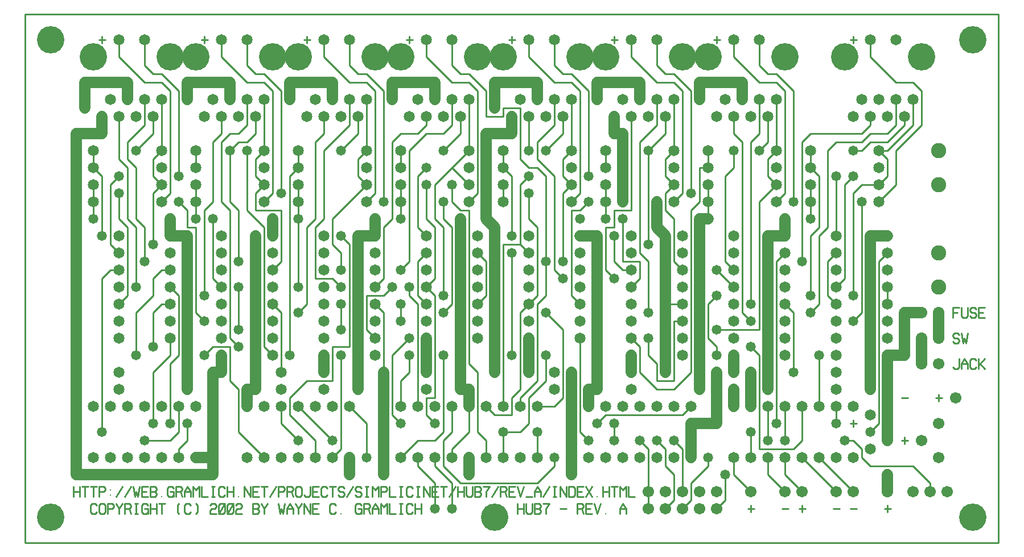
<source format=gtl>
%MOIN*%
%FSLAX25Y25*%
G04 D10 used for Character Trace; *
G04     Circle (OD=.01000) (No hole)*
G04 D11 used for Power Trace; *
G04     Circle (OD=.06700) (No hole)*
G04 D12 used for Signal Trace; *
G04     Circle (OD=.01100) (No hole)*
G04 D13 used for Via; *
G04     Circle (OD=.05800) (Round. Hole ID=.02800)*
G04 D14 used for Component hole; *
G04     Circle (OD=.06500) (Round. Hole ID=.03500)*
G04 D15 used for Component hole; *
G04     Circle (OD=.06700) (Round. Hole ID=.04300)*
G04 D16 used for Component hole; *
G04     Circle (OD=.08100) (Round. Hole ID=.05100)*
G04 D17 used for Component hole; *
G04     Circle (OD=.08900) (Round. Hole ID=.05900)*
G04 D18 used for Component hole; *
G04     Circle (OD=.11300) (Round. Hole ID=.08300)*
G04 D19 used for Component hole; *
G04     Circle (OD=.16000) (Round. Hole ID=.13000)*
G04 D20 used for Component hole; *
G04     Circle (OD=.18300) (Round. Hole ID=.15300)*
G04 D21 used for Component hole; *
G04     Circle (OD=.22700) (Round. Hole ID=.19700)*
%ADD10C,.01000*%
%ADD11C,.06700*%
%ADD12C,.01100*%
%ADD13C,.05800*%
%ADD14C,.06500*%
%ADD15C,.06700*%
%ADD16C,.08100*%
%ADD17C,.08900*%
%ADD18C,.11300*%
%ADD19C,.16000*%
%ADD20C,.18300*%
%ADD21C,.22700*%
%IPPOS*%
%LPD*%
G90*X0Y0D02*D19*X15000Y15000D03*D10*              
X28326Y27129D02*Y32871D01*X31674Y27129D02*        
Y32871D01*X28326Y30000D02*X31674D01*              
X35000Y27129D02*Y32871D01*X33326D02*X36674D01*    
X40000Y27129D02*Y32871D01*X38326D02*X41674D01*    
X43326Y27129D02*Y32871D01*X45837D01*              
X46674Y31914D01*Y30957D01*X45837Y30000D01*        
X43326D01*X50000Y30957D03*Y28086D03*              
X53326Y27129D02*X56674Y32871D01*X58326Y27129D02*  
X61674Y32871D01*X63326D02*X64163Y27129D01*        
X65000Y30000D01*X65837Y27129D01*X66674Y32871D01*  
X71674Y27129D02*X68326D01*Y32871D01*X71674D01*    
X68326Y30000D02*X70837D01*X73326Y27129D02*        
Y32871D01*X75837D01*X76674Y31914D01*Y30957D01*    
X75837Y30000D01*X76674Y29043D01*Y28086D01*        
X75837Y27129D01*X73326D01*Y30000D02*X75837D01*    
X80000Y27129D03*X86674Y28086D02*X85837Y27129D01*  
X84163D01*X83326Y28086D01*Y31914D01*              
X84163Y32871D01*X85837D01*X86674Y31914D01*        
X85000Y30000D02*X86674D01*Y27129D01*X88326D02*    
Y32871D01*X90837D01*X91674Y31914D01*Y30957D01*    
X90837Y30000D01*X88326D01*X90837D02*              
X91674Y27129D01*X93326D02*Y30000D01*              
X95000Y32871D01*X96674Y30000D01*Y27129D01*        
X93326Y30000D02*X96674D01*X98326Y27129D02*        
Y32871D01*X100000Y30957D01*X101674Y32871D01*      
Y27129D01*X103326Y32871D02*Y27129D01*X106674D01*  
X110000D02*Y32871D01*X109163Y27129D02*X110837D01* 
X109163Y32871D02*X110837D01*X116674Y28086D02*     
X115837Y27129D01*X114163D01*X113326Y28086D01*     
Y31914D01*X114163Y32871D01*X115837D01*            
X116674Y31914D01*X118326Y27129D02*Y32871D01*      
X121674Y27129D02*Y32871D01*X118326Y30000D02*      
X121674D01*X125000Y27129D03*X128326D02*Y32871D01* 
X131674Y27129D01*Y32871D01*X136674Y27129D02*      
X133326D01*Y32871D01*X136674D01*X133326Y30000D02* 
X135837D01*X140000Y27129D02*Y32871D01*X138326D02* 
X141674D01*X143326Y27129D02*X146674Y32871D01*     
X148326Y27129D02*Y32871D01*X150837D01*            
X151674Y31914D01*Y30957D01*X150837Y30000D01*      
X148326D01*X153326Y27129D02*Y32871D01*X155837D01* 
X156674Y31914D01*Y30957D01*X155837Y30000D01*      
X153326D01*X155837D02*X156674Y27129D01*           
X161674Y28086D02*X160837Y27129D01*X159163D01*     
X158326Y28086D01*Y31914D01*X159163Y32871D01*      
X160837D01*X161674Y31914D01*Y28086D01*X163326D02* 
X164163Y27129D01*X165837D01*X166674Y28086D01*     
Y32871D01*X171674Y27129D02*X168326D01*Y32871D01*  
X171674D01*X168326Y30000D02*X170837D01*           
X176674Y28086D02*X175837Y27129D01*X174163D01*     
X173326Y28086D01*Y31914D01*X174163Y32871D01*      
X175837D01*X176674Y31914D01*X180000Y27129D02*     
Y32871D01*X178326D02*X181674D01*X186674Y31914D02* 
X185837Y32871D01*X184163D01*X183326Y31914D01*     
Y30957D01*X184163Y30000D01*X185837D01*            
X186674Y29043D01*Y28086D01*X185837Y27129D01*      
X184163D01*X183326Y28086D01*X188326Y27129D02*     
X191674Y32871D01*X196674Y31914D02*                
X195837Y32871D01*X194163D01*X193326Y31914D01*     
Y30957D01*X194163Y30000D01*X195837D01*            
X196674Y29043D01*Y28086D01*X195837Y27129D01*      
X194163D01*X193326Y28086D01*X200000Y27129D02*     
Y32871D01*X199163Y27129D02*X200837D01*            
X199163Y32871D02*X200837D01*X203326Y27129D02*     
Y32871D01*X205000Y30957D01*X206674Y32871D01*      
Y27129D01*X208326D02*Y32871D01*X210837D01*        
X211674Y31914D01*Y30957D01*X210837Y30000D01*      
X208326D01*X213326Y32871D02*Y27129D01*X216674D01* 
X220000D02*Y32871D01*X219163Y27129D02*X220837D01* 
X219163Y32871D02*X220837D01*X226674Y28086D02*     
X225837Y27129D01*X224163D01*X223326Y28086D01*     
Y31914D01*X224163Y32871D01*X225837D01*            
X226674Y31914D01*X230000Y27129D02*Y32871D01*      
X229163Y27129D02*X230837D01*X229163Y32871D02*     
X230837D01*X233326Y27129D02*Y32871D01*            
X236674Y27129D01*Y32871D01*X241674Y27129D02*      
X238326D01*Y32871D01*X241674D01*X238326Y30000D02* 
X240837D01*X245000Y27129D02*Y32871D01*X243326D02* 
X246674D01*X248326Y27129D02*X251674Y32871D01*     
X253326Y27129D02*Y32871D01*X256674Y27129D02*      
Y32871D01*X253326Y30000D02*X256674D01*            
X261674Y32871D02*Y28086D01*X260837Y27129D01*      
X259163D01*X258326Y28086D01*Y32871D01*            
X263326Y27129D02*Y32871D01*X265837D01*            
X266674Y31914D01*Y30957D01*X265837Y30000D01*      
X266674Y29043D01*Y28086D01*X265837Y27129D01*      
X263326D01*Y30000D02*X265837D01*X268326Y32871D02* 
X271674D01*X270000Y30000D01*Y27129D01*X273326D02* 
X276674Y32871D01*X278326Y27129D02*Y32871D01*      
X280837D01*X281674Y31914D01*Y30957D01*            
X280837Y30000D01*X278326D01*X280837D02*           
X281674Y27129D01*X286674D02*X283326D01*Y32871D01* 
X286674D01*X283326Y30000D02*X285837D01*           
X288326Y32871D02*X290000Y27129D01*                
X291674Y32871D01*X293326Y27129D02*X296674D01*     
X298326D02*Y30000D01*X300000Y32871D01*            
X301674Y30000D01*Y27129D01*X298326Y30000D02*      
X301674D01*X303326Y27129D02*X306674Y32871D01*     
X310000Y27129D02*Y32871D01*X309163Y27129D02*      
X310837D01*X309163Y32871D02*X310837D01*           
X313326Y27129D02*Y32871D01*X316674Y27129D01*      
Y32871D01*X318326Y27129D02*Y32871D01*X320837D01*  
X321674Y31914D01*Y28086D01*X320837Y27129D01*      
X318326D01*X326674D02*X323326D01*Y32871D01*       
X326674D01*X323326Y30000D02*X325837D01*           
X328326Y32871D02*X331674Y27129D01*X328326D02*     
X331674Y32871D01*X335000Y27129D03*X338326D02*     
Y32871D01*X341674Y27129D02*Y32871D01*             
X338326Y30000D02*X341674D01*X345000Y27129D02*     
Y32871D01*X343326D02*X346674D01*X348326Y27129D02* 
Y32871D01*X350000Y30957D01*X351674Y32871D01*      
Y27129D01*X353326Y32871D02*Y27129D01*X356674D01*  
D11*X30000Y40000D02*X110000D01*D13*D03*D11*       
Y50000D01*X100000D01*D14*D03*D12*X90000D02*       
Y55000D01*D14*Y50000D03*D12*Y55000D02*            
X95000Y60000D01*Y70000D01*D13*D03*D12*            
X85000Y60000D02*X90000Y65000D01*X70000Y60000D02*  
X85000D01*D13*X70000D03*D14*X80000Y50000D03*      
X60000D03*D13*X75000Y70000D03*D12*Y100000D01*     
X85000Y110000D01*Y120000D01*D14*D03*Y130000D03*   
D13*X75000Y115000D03*D12*Y135000D01*              
X80000Y140000D01*X85000D01*D14*D03*D12*           
X90000Y110000D02*Y145000D01*X85000Y105000D02*     
X90000Y110000D01*X85000Y70000D02*Y105000D01*D13*  
Y70000D03*D12*X90000Y65000D02*Y80000D01*D14*D03*  
D13*X95000Y90000D03*D11*Y180000D01*X85000D01*D14* 
D03*D11*Y190000D01*D13*D03*D12*X95000Y185000D02*  
X100000D01*Y135000D01*X105000Y130000D01*D13*D03*  
D14*X115000Y120000D03*Y140000D03*Y130000D03*D12*  
X120000Y95000D02*Y115000D01*X125000Y90000D02*     
X120000Y95000D01*X125000Y65000D02*Y90000D01*      
X140000Y50000D02*X125000Y65000D01*D14*            
X140000Y50000D03*X150000D03*X130000D03*D12*       
X160000Y60000D02*X150000Y70000D01*D13*            
X160000Y60000D03*D14*X170000Y50000D03*D12*        
Y60000D01*X155000Y75000D01*Y85000D01*             
X165000Y95000D01*X180000D01*Y115000D01*X190000D01*
Y175000D01*X185000Y180000D01*D13*D03*D12*         
Y170000D02*X180000Y175000D01*X185000Y160000D02*   
Y170000D01*D13*Y160000D03*D12*Y150000D02*         
X180000Y155000D01*D13*X185000Y150000D03*D12*      
X170000Y155000D02*X180000D01*X170000D02*          
Y185000D01*X175000Y190000D01*Y230000D01*          
X190000Y245000D01*Y260000D01*D14*D03*D12*         
X205000Y265000D02*X200000Y270000D01*              
X205000Y205000D02*Y265000D01*X200000Y200000D02*   
X205000Y205000D01*D14*X200000Y200000D03*D13*      
X210000D03*D12*Y265000D01*X200000Y275000D01*      
X195000D01*X190000Y280000D01*Y295000D01*D14*D03*  
D19*X205000Y285000D03*D14*X175000Y295000D03*D12*  
Y285000D01*X190000Y270000D01*X200000D01*D14*      
Y260000D03*D12*Y230000D01*D14*D03*D12*            
X195000Y225000D01*Y215000D01*X200000Y210000D01*   
D14*D03*D12*X180000Y190000D01*Y175000D01*D14*     
X175000Y180000D03*Y170000D03*D12*                 
X165000Y140000D02*Y185000D01*X160000Y135000D02*   
X165000Y140000D01*D13*X160000Y135000D03*D12*      
X150000Y100000D02*Y135000D01*D14*Y100000D03*D13*  
X155000Y110000D03*D12*Y215000D01*                 
X160000Y220000D01*D14*D03*D12*Y230000D01*D14*D03* 
D12*X170000Y190000D02*Y235000D01*                 
X165000Y185000D02*X170000Y190000D01*D13*          
X160000D03*D12*Y150000D01*D13*D03*D14*            
X175000Y140000D03*X145000Y160000D03*D12*          
X150000Y165000D01*Y195000D01*X135000D01*          
Y205000D01*X140000Y210000D01*D14*D03*D12*         
X135000Y215000D01*Y225000D01*X140000Y230000D01*   
D14*D03*D12*Y260000D01*D14*D03*D12*               
X145000Y205000D02*Y265000D01*X140000Y200000D02*   
X145000Y205000D01*D14*X140000Y200000D03*D13*      
X150000Y205000D03*D12*Y265000D01*                 
X140000Y275000D01*X135000D01*X130000Y280000D01*   
Y295000D01*D14*D03*D19*X145000Y285000D03*D14*     
X115000Y295000D03*D12*Y285000D01*                 
X130000Y270000D01*X140000D01*X145000Y265000D01*   
D13*X155000Y260000D03*D11*Y270000D01*X180000D01*  
Y260000D01*D14*D03*X175000Y250000D03*D12*         
Y240000D01*X170000Y235000D01*D14*                 
X185000Y250000D03*D13*Y230000D03*D12*             
X195000Y240000D01*Y250000D01*D14*D03*D11*         
X215000Y260000D02*Y270000D01*D13*Y260000D03*D14*  
X225000Y250000D03*D11*X215000Y270000D02*          
X240000D01*Y260000D01*D14*D03*D12*                
X250000Y270000D02*X260000D01*X265000Y265000D01*   
Y205000D01*X260000Y200000D01*D14*D03*D12*         
X255000Y195000D02*X260000D01*Y105000D01*          
X265000Y100000D01*Y65000D01*X270000Y60000D01*     
Y50000D01*D14*D03*D13*X260000Y40000D03*D11*       
Y50000D01*D14*D03*D12*X250000D02*Y55000D01*D14*   
Y50000D03*D12*X255000Y35000D02*X245000Y45000D01*  
X255000Y35000D02*X300000D01*X310000Y45000D01*     
Y50000D01*D13*D03*X320000Y40000D03*D11*Y100000D01*
D13*D03*D11*X330000Y80000D02*Y90000D01*D14*       
Y80000D03*D12*X335000Y70000D02*X340000Y75000D01*  
D13*X335000Y70000D03*D12*X340000Y75000D02*        
X385000D01*X390000Y80000D01*D14*D03*D12*          
X370000Y90000D02*X380000D01*X370000D02*           
X360000Y100000D01*Y115000D01*X355000Y120000D01*   
D14*D03*D12*X370000Y105000D02*X365000Y110000D01*  
X370000Y95000D02*Y105000D01*Y95000D02*X380000D01* 
Y130000D01*X385000D01*D14*D03*D11*                
X375000Y100000D02*Y140000D01*D13*Y100000D03*D14*  
X385000Y110000D03*D12*X365000D02*Y120000D01*D13*  
D03*D14*X355000Y130000D03*Y110000D03*D11*         
Y100000D01*D14*D03*Y90000D03*X340000Y80000D03*    
X350000D03*X360000D03*D13*X335000Y90000D03*D11*   
X330000D01*X335000D02*Y180000D01*X325000D01*D14*  
D03*D13*Y190000D03*D14*Y170000D03*D13*            
X315000Y165000D03*D12*Y205000D01*                 
X320000Y210000D01*D14*D03*D12*X315000Y215000D01*  
Y225000D01*X320000Y230000D01*D14*D03*D12*         
Y260000D01*D14*D03*D12*X325000Y205000D02*         
Y265000D01*X320000Y200000D02*X325000Y205000D01*   
D14*X320000Y200000D03*D12*Y195000D02*X325000D01*  
X320000Y145000D02*Y195000D01*X325000Y140000D02*   
X320000Y145000D01*D14*X325000Y140000D03*          
Y150000D03*Y130000D03*D12*X315000Y85000D02*       
Y125000D01*X310000Y80000D02*X315000Y85000D01*     
X300000Y80000D02*X310000D01*D14*X300000D03*D12*   
X295000Y70000D02*Y85000D01*X290000Y65000D02*      
X295000Y70000D01*X280000Y65000D02*X290000D01*D13* 
X280000D03*D12*Y50000D01*D14*D03*X290000D03*D12*  
X250000Y55000D02*X260000Y65000D01*                
X245000Y45000D02*Y60000D01*D14*X240000Y50000D03*  
D12*Y45000D01*X250000Y35000D01*Y20000D01*D13*D03* 
X240000D03*D12*Y35000D01*X230000Y45000D01*        
Y50000D01*D14*D03*D12*Y60000D02*X240000D01*       
X220000Y50000D02*X230000Y60000D01*D14*            
X220000Y50000D03*D13*X210000Y40000D03*D11*        
Y100000D01*D13*D03*D12*Y135000D01*                
X205000Y140000D01*D14*D03*D12*X200000Y145000D02*  
X210000D01*X200000Y125000D02*Y145000D01*          
X205000Y120000D02*X200000Y125000D01*D14*          
X205000Y120000D03*D12*X215000Y75000D02*Y110000D01*
X220000Y70000D02*X215000Y75000D01*D13*            
X220000Y70000D03*D14*X230000Y80000D03*D12*        
Y140000D01*X225000Y145000D01*Y150000D01*D13*D03*  
D12*X235000Y140000D02*X230000Y145000D01*D14*      
X235000Y140000D03*D12*X240000Y85000D02*Y145000D01*
X235000Y85000D02*X240000D01*X235000Y75000D02*     
Y85000D01*X240000Y70000D02*X235000Y75000D01*D13*  
X240000Y70000D03*D12*Y60000D02*X245000Y65000D01*  
Y110000D01*D13*D03*D14*X235000Y120000D03*D11*     
Y100000D01*D14*D03*D13*X225000Y110000D03*D12*     
Y100000D01*X220000Y95000D01*Y80000D01*D14*D03*    
X235000Y90000D03*X240000Y80000D03*D12*            
X200000Y50000D02*Y70000D01*D13*Y50000D03*         
X190000Y40000D03*D11*Y50000D01*D14*D03*D12*       
X180000D02*X185000Y55000D01*D14*X180000Y50000D03* 
D12*X185000Y55000D02*Y110000D01*D13*D03*D14*      
X175000Y120000D03*Y100000D03*D11*Y110000D01*D14*  
D03*D13*X185000Y125000D03*D12*Y140000D01*D13*D03* 
D14*X175000Y150000D03*Y130000D03*                 
X205000Y160000D03*Y130000D03*Y150000D03*D12*      
X210000Y155000D01*Y185000D01*X215000Y190000D01*   
Y235000D01*X220000Y240000D01*X230000D01*          
X235000Y245000D01*Y250000D01*D14*D03*D12*         
Y240000D02*X245000D01*X225000Y230000D02*          
X235000Y240000D01*X225000Y165000D02*Y230000D01*   
X220000Y160000D02*X225000Y165000D01*D13*          
X220000Y160000D03*X215000Y150000D03*D12*          
X210000Y145000D01*D13*X220000Y140000D03*D12*      
Y130000D01*D13*D03*X225000Y120000D03*D12*         
X215000Y110000D01*D14*X205000D03*                 
X235000Y130000D03*D13*X195000Y90000D03*D11*       
Y180000D01*X205000D01*D14*D03*D11*Y190000D01*D13* 
D03*X220000D03*D12*Y200000D01*D14*D03*D12*        
Y210000D01*D14*D03*Y220000D03*D12*Y230000D01*D14* 
D03*D13*X235000Y220000D03*D12*X230000Y215000D01*  
Y185000D01*X235000Y180000D01*D14*D03*D12*         
X240000Y155000D02*Y185000D01*X235000Y150000D02*   
X240000Y155000D01*D14*X235000Y150000D03*D12*      
X240000Y145000D01*D13*X245000D03*D12*Y185000D01*  
X240000Y190000D01*Y210000D01*X250000Y220000D01*   
X260000Y210000D01*D14*D03*D12*X250000Y220000D02*  
X260000Y230000D01*D14*D03*D12*Y260000D01*D14*D03* 
D12*X270000Y250000D02*X280000D01*Y255000D01*      
X290000D01*Y225000D01*X295000Y220000D01*          
X300000D01*X305000Y215000D01*Y165000D01*D13*D03*  
D12*Y145000D01*X300000Y140000D01*Y95000D01*       
X290000Y85000D01*Y80000D01*D14*D03*D12*           
X295000Y85000D02*X305000Y95000D01*Y110000D01*D13* 
D03*D14*X295000Y120000D03*D11*Y100000D01*D13*D03* 
X285000Y110000D03*D12*Y170000D01*D13*D03*D12*     
X295000D02*X290000Y175000D01*D14*                 
X295000Y170000D03*D12*X280000Y175000D02*          
X290000D01*X280000Y80000D02*Y175000D01*D14*       
Y80000D03*D12*X275000Y75000D02*X285000D01*        
X275000D02*X270000Y80000D01*D14*D03*D11*          
X260000D02*Y90000D01*D14*Y80000D03*D12*Y65000D01* 
X245000Y60000D02*X250000Y65000D01*Y80000D01*D14*  
D03*D11*X255000Y90000D02*X260000D01*D13*          
X255000D03*D11*Y190000D01*D13*D03*D12*            
X250000Y140000D02*Y185000D01*X245000Y135000D02*   
X250000Y140000D01*D13*X245000Y135000D03*D12*      
X230000Y145000D02*Y165000D01*X235000Y170000D01*   
D14*D03*Y160000D03*D12*X250000Y185000D02*         
X245000Y190000D01*Y200000D01*D13*D03*D12*         
X255000Y195000D02*X250000Y200000D01*Y210000D01*   
D13*D03*D14*X260000Y220000D03*D13*                
X235000Y210000D03*D12*Y190000D01*                 
X240000Y185000D01*D14*X265000Y160000D03*          
Y170000D03*D12*X270000Y165000D01*Y145000D01*      
X265000Y140000D01*D14*D03*Y150000D03*Y130000D03*  
Y120000D03*D12*X290000Y90000D02*Y135000D01*       
X285000Y85000D02*X290000Y90000D01*                
X285000Y75000D02*Y85000D01*D13*X300000Y65000D03*  
D12*Y50000D01*D14*D03*D12*X330000Y60000D02*       
X325000Y65000D01*D13*X330000Y60000D03*D12*        
X325000Y65000D02*Y120000D01*D14*D03*D12*          
X315000Y125000D02*X305000Y135000D01*D13*D03*D14*  
X295000Y140000D03*D12*X290000Y135000D01*D14*      
X295000Y130000D03*D12*Y140000D02*                 
X300000Y145000D01*Y185000D01*X295000Y190000D01*   
Y205000D01*D13*D03*D12*X290000Y175000D02*         
Y210000D01*D14*X295000Y180000D03*D13*X285000D03*  
D12*Y215000D01*X280000Y220000D01*D14*D03*D12*     
Y230000D01*D14*D03*D11*X270000Y190000D02*         
Y240000D01*X275000Y185000D02*X270000Y190000D01*   
X275000Y100000D02*Y185000D01*D13*Y100000D03*D14*  
X310000Y90000D03*Y100000D03*X295000Y150000D03*    
X330000Y50000D03*D13*X315000Y155000D03*D12*       
X310000Y160000D01*Y215000D01*X300000Y225000D01*   
Y235000D01*X310000Y245000D01*Y260000D01*D14*D03*  
D12*X325000Y265000D02*X320000Y270000D01*          
X310000D01*X295000Y285000D01*Y295000D01*D14*D03*  
D10*X283326D02*X286674D01*X285000Y296914D02*      
Y293086D01*D12*X315000Y275000D02*                 
X310000Y280000D01*X315000Y275000D02*X320000D01*   
X330000Y265000D01*Y215000D01*D13*D03*D14*         
X340000Y210000D03*D12*Y200000D01*D14*D03*D12*     
Y190000D01*D13*D03*D12*Y185000D02*X345000D01*     
X340000Y160000D02*Y185000D01*X345000Y155000D02*   
X340000Y160000D01*D13*X345000Y155000D03*D12*      
X350000Y160000D02*X355000D01*D14*D03*D12*         
Y150000D02*X360000Y155000D01*D14*                 
X355000Y150000D03*D12*X360000Y155000D02*          
Y165000D01*X350000D01*Y190000D01*D13*D03*D12*     
X345000Y195000D02*X355000D01*X345000Y185000D02*   
Y195000D01*D13*Y180000D03*D12*Y165000D01*         
X350000Y160000D01*X365000Y165000D02*              
X360000Y170000D01*X365000Y135000D02*Y165000D01*   
D13*Y135000D03*D14*X355000Y140000D03*D11*         
X375000D02*Y180000D01*X370000Y185000D01*          
Y200000D01*D13*D03*D12*X380000Y190000D02*         
X375000Y195000D01*X380000Y165000D02*Y190000D01*   
X385000Y160000D02*X380000Y165000D01*D14*          
X385000Y160000D03*D13*X395000D03*D11*Y90000D01*   
D13*D03*X405000Y100000D03*D11*Y70000D01*          
X390000D01*Y50000D01*D14*D03*D12*X385000Y30000D02*
Y55000D01*D15*Y30000D03*D12*Y20000D02*            
X390000Y25000D01*D15*X385000Y20000D03*D12*        
X390000Y25000D02*Y35000D01*X400000Y45000D01*      
Y50000D01*D13*D03*X410000Y40000D03*D12*Y25000D01* 
X405000Y20000D01*D15*D03*X395000Y30000D03*        
X405000D03*X395000Y20000D03*D12*X425000Y30000D02* 
X415000Y40000D01*D15*X425000Y30000D03*D12*        
X445000D02*X435000Y40000D01*D15*X445000Y30000D03* 
D10*X453326Y20000D02*X456674D01*X455000Y21914D02* 
Y18086D01*D12*X435000Y40000D02*Y50000D01*D14*D03* 
D12*X430000Y55000D02*X450000D01*X455000Y60000D01* 
Y80000D01*D14*D03*X465000D03*D12*Y110000D01*D13*  
D03*D14*X475000Y100000D03*Y120000D03*Y110000D03*  
D13*X450000Y100000D03*D12*Y135000D01*             
X445000Y140000D01*D14*D03*Y150000D03*Y130000D03*  
D12*X405000Y125000D02*X430000D01*D13*X405000D03*  
D12*Y115000D02*X400000Y120000D01*                 
X405000Y110000D02*Y115000D01*D13*Y110000D03*D14*  
X415000Y100000D03*D11*Y110000D01*D14*D03*D13*     
X425000Y100000D03*D11*Y80000D01*D14*D03*D13*      
X435000Y90000D03*D11*Y180000D01*X445000D01*D14*   
D03*D11*Y190000D01*D13*D03*X450000Y200000D03*D12* 
Y265000D01*X440000Y275000D01*X435000D01*          
X430000Y280000D01*Y295000D01*D14*D03*D19*         
X445000Y285000D03*D14*X415000Y295000D03*D12*      
Y285000D01*X430000Y270000D01*X440000D01*          
X445000Y265000D01*Y205000D01*X440000Y200000D01*   
D14*D03*Y210000D03*D12*X430000Y200000D01*         
Y125000D01*D13*X425000Y130000D03*D12*             
X420000Y135000D01*Y235000D01*X415000Y240000D01*   
Y250000D01*D14*D03*X420000Y260000D03*D11*         
Y270000D01*X395000D01*Y260000D01*D13*D03*D12*     
X390000Y205000D02*Y265000D01*D13*Y205000D03*D12*  
Y195000D02*X395000Y200000D01*X390000Y100000D02*   
Y195000D01*X380000Y90000D02*X390000Y100000D01*D14*
X370000Y80000D03*X380000D03*D12*X400000Y120000D02*
Y140000D01*X405000Y145000D01*D13*D03*D14*         
X415000Y140000D03*Y150000D03*D12*                 
X405000Y160000D01*D13*D03*D12*X415000D02*         
X410000Y165000D01*D14*X415000Y160000D03*D12*      
X410000Y165000D02*Y215000D01*X415000Y220000D01*   
Y230000D01*D13*D03*D12*X425000Y140000D02*         
Y235000D01*D13*Y140000D03*D14*X415000Y130000D03*  
X445000Y120000D03*Y160000D03*X415000Y120000D03*   
D12*X440000Y70000D02*Y165000D01*D13*Y70000D03*D14*
X445000Y80000D03*D12*Y60000D01*D13*D03*D14*       
X455000Y50000D03*D12*X475000Y30000D01*D15*D03*D10*
X483326Y20000D02*X486674D01*D15*X485000Y30000D03* 
D12*X465000Y50000D01*D14*D03*X475000D03*D13*      
X480000Y60000D03*D12*X485000D01*X490000Y55000D01* 
Y50000D01*X495000Y45000D01*X520000D01*            
X530000Y35000D01*Y30000D01*D15*D03*X540000D03*    
X520000D03*X535000Y50000D03*D19*X555000Y15000D03* 
D14*X505000Y40000D03*D11*Y30000D01*D15*D03*D10*   
X503326Y20000D02*X506674D01*X505000Y21914D02*     
Y18086D01*D14*X485000Y50000D03*X495000Y55000D03*  
D15*X525000Y60000D03*D10*X513326D02*X516674D01*   
X515000Y61914D02*Y58086D01*D14*X505000Y60000D03*  
D11*Y85000D01*D15*D03*D11*Y110000D01*X515000D01*  
Y135000D01*X525000D01*D15*D03*X535000D03*D11*     
Y120000D01*D15*D03*D10*X546674Y121914D02*         
X545837Y122871D01*X544163D01*X543326Y121914D01*   
Y120957D01*X544163Y120000D01*X545837D01*          
X546674Y119043D01*Y118086D01*X545837Y117129D01*   
X544163D01*X543326Y118086D01*X548326Y122871D02*   
X549163Y117129D01*X550000Y120000D01*              
X550837Y117129D01*X551674Y122871D01*D15*          
X525000Y120000D03*D11*Y105000D01*D15*D03*         
X535000D03*X545000Y85000D03*D14*X505000Y120000D03*
D10*X513326Y85000D02*X516674D01*X543326Y103086D02*
X544163Y102129D01*X545837D01*X546674Y103086D01*   
Y107871D01*X548326Y102129D02*Y105000D01*          
X550000Y107871D01*X551674Y105000D01*Y102129D01*   
X548326Y105000D02*X551674D01*X556674Y103086D02*   
X555837Y102129D01*X554163D01*X553326Y103086D01*   
Y106914D01*X554163Y107871D01*X555837D01*          
X556674Y106914D01*X558326Y102129D02*Y107871D01*   
Y104043D02*X561674Y107871D01*X559163Y105000D02*   
X561674Y102129D01*X533326Y85000D02*X536674D01*    
X535000Y86914D02*Y83086D01*D14*X505000Y130000D03* 
X495000Y75000D03*D10*X543326Y132129D02*Y137871D01*
X546674D01*X543326Y135000D02*X545837D01*          
X551674Y137871D02*Y133086D01*X550837Y132129D01*   
X549163D01*X548326Y133086D01*Y137871D01*          
X556674Y136914D02*X555837Y137871D01*X554163D01*   
X553326Y136914D01*Y135957D01*X554163Y135000D01*   
X555837D01*X556674Y134043D01*Y133086D01*          
X555837Y132129D01*X554163D01*X553326Y133086D01*   
X561674Y132129D02*X558326D01*Y137871D01*          
X561674D01*X558326Y135000D02*X560837D01*D14*      
X495000Y110000D03*D11*Y90000D01*D13*D03*D14*      
X485000Y80000D03*D13*X475000Y70000D03*D12*        
Y80000D01*D14*D03*D10*X483326Y70000D02*X486674D01*
X485000Y71914D02*Y68086D01*D14*X475000Y90000D03*  
D13*X495000Y65000D03*D12*X500000Y70000D01*        
Y165000D01*X505000Y170000D01*D14*D03*D11*         
X495000Y110000D02*Y180000D01*D14*                 
X475000Y130000D03*D13*X485000D03*D12*             
X490000Y135000D01*Y200000D01*D13*D03*D12*         
X485000Y145000D02*Y205000D01*D13*Y145000D03*D14*  
X475000Y150000D03*D12*X480000Y155000D01*          
Y210000D01*X485000Y215000D01*D13*D03*D12*         
Y205000D02*X490000Y210000D01*X500000D01*D14*D03*  
D12*X505000Y215000D01*Y225000D01*                 
X500000Y230000D01*D14*D03*D12*X505000D01*         
X520000Y245000D01*Y260000D01*D14*D03*D12*         
X525000Y245000D02*Y265000D01*X510000Y230000D02*   
X525000Y245000D01*X510000Y210000D02*Y230000D01*   
X500000Y200000D02*X510000Y210000D01*D14*          
X500000Y200000D03*D11*X495000Y180000D02*          
X505000D01*D14*D03*Y160000D03*D17*                
X535000Y150000D03*Y210000D03*Y170000D03*D14*      
X475000Y180000D03*D12*Y215000D01*D13*D03*D12*     
X465000Y185000D02*Y215000D01*X460000Y180000D02*   
X465000Y185000D01*X460000Y145000D02*Y180000D01*   
D13*Y145000D03*D12*Y135000D02*X465000Y140000D01*  
D13*X460000Y135000D03*D12*X465000Y140000D02*      
Y180000D01*X470000Y185000D01*Y230000D01*          
X475000Y235000D01*X490000D01*X495000Y240000D01*   
X505000D01*X510000Y245000D01*Y260000D01*D14*D03*  
D12*X525000Y265000D02*X520000Y270000D01*          
X510000D01*X495000Y285000D01*Y295000D01*D14*D03*  
D10*X483326D02*X486674D01*X485000Y296914D02*      
Y293086D01*D14*X510000Y295000D03*D19*             
X480000Y285000D03*X525000D03*D14*                 
X490000Y260000D03*X500000D03*X485000Y250000D03*   
X495000D03*D12*Y245000D01*X490000Y240000D01*      
X460000D01*X455000Y235000D01*Y165000D01*D13*D03*  
D14*X445000Y170000D03*D12*X440000Y165000D01*D13*  
X460000Y190000D03*D12*Y200000D01*D14*D03*D12*     
Y210000D01*D14*D03*D12*X465000Y215000D02*         
X460000Y220000D01*D14*D03*D12*Y230000D01*D14*D03* 
D12*X440000Y210000D02*X435000Y215000D01*          
Y225000D01*X440000Y230000D01*D14*D03*D12*         
Y260000D01*D14*D03*X435000Y250000D03*D12*         
Y235000D01*X430000Y230000D01*D13*D03*D12*         
X425000Y235000D02*X430000Y240000D01*Y260000D01*   
D14*D03*X425000Y250000D03*X410000Y260000D03*      
X405000Y250000D03*X400000Y230000D03*D12*          
Y220000D01*D14*D03*D12*X395000D01*Y200000D01*D14* 
X400000D03*D12*Y190000D01*D13*D03*D11*X395000D01* 
Y180000D01*D13*D03*D11*Y160000D01*D14*            
X385000Y170000D03*Y150000D03*X415000Y180000D03*   
D12*X375000Y140000D02*X385000D01*D14*D03*         
Y120000D03*X415000Y170000D03*X355000D03*D12*      
X360000D02*Y235000D01*X370000Y245000D01*          
Y260000D01*D14*D03*D12*X385000Y265000D02*         
X380000Y270000D01*X385000Y205000D02*Y265000D01*   
X380000Y200000D02*X385000Y205000D01*D14*          
X380000Y200000D03*D12*X375000Y195000D02*          
Y205000D01*X380000Y210000D01*D14*D03*D12*         
X375000Y215000D01*Y225000D01*X380000Y230000D01*   
D14*D03*D12*Y260000D01*D14*D03*D12*               
X370000Y270000D02*X380000D01*X375000Y275000D02*   
X380000D01*X390000Y265000D01*D14*                 
X375000Y250000D03*D12*Y240000D01*                 
X365000Y230000D01*D13*D03*D12*Y175000D01*D13*D03* 
D14*X355000Y180000D03*X385000D03*D12*             
X355000Y195000D02*Y250000D01*D14*D03*D11*         
X345000Y240000D02*X350000D01*Y200000D01*D13*D03*  
X330000D03*D12*X325000Y195000D01*D14*             
X340000Y220000D03*D12*Y230000D01*D14*D03*D11*     
X345000Y240000D02*Y250000D01*D14*D03*D13*         
X335000Y260000D03*D11*Y270000D01*X360000D01*      
Y260000D01*D14*D03*D12*X370000Y270000D02*         
X355000Y285000D01*Y295000D01*D14*D03*D10*         
X343326D02*X346674D01*X345000Y296914D02*          
Y293086D01*D12*X375000Y275000D02*                 
X370000Y280000D01*Y295000D01*D14*D03*D19*         
X385000Y285000D03*X400000D03*X340000D03*D14*      
X350000Y260000D03*D10*X403326Y295000D02*          
X406674D01*X405000Y296914D02*Y293086D01*D14*      
X365000Y250000D03*D19*X325000Y285000D03*D12*      
X305000Y230000D02*X315000Y240000D01*D13*          
X305000Y230000D03*D12*X315000Y240000D02*          
Y250000D01*D14*D03*X305000D03*X300000Y260000D03*  
D11*Y270000D01*X275000D01*Y255000D01*D13*D03*D12* 
X270000Y250000D02*Y265000D01*X260000Y275000D01*   
X255000D01*X250000Y280000D01*Y295000D01*D14*D03*  
D19*X265000Y285000D03*D14*X235000Y295000D03*D12*  
Y285000D01*X250000Y270000D01*D14*Y260000D03*D12*  
Y245000D01*X245000Y240000D01*D14*                 
X255000Y250000D03*D12*Y240000D01*                 
X245000Y230000D01*D13*D03*D14*Y250000D03*D11*     
X270000Y240000D02*X285000D01*Y250000D01*D14*D03*  
X290000Y260000D03*X295000Y250000D03*D12*          
Y230000D01*D13*D03*Y215000D03*D12*                
X290000Y210000D01*D14*X280000Y200000D03*D12*      
Y210000D01*D14*D03*X265000Y180000D03*             
X320000Y220000D03*X230000Y260000D03*              
X295000Y160000D03*X325000D03*D12*                 
X310000Y280000D02*Y295000D01*D14*D03*D19*         
X280000Y285000D03*D14*X380000Y220000D03*D10*      
X223326Y295000D02*X226674D01*X225000Y296914D02*   
Y293086D01*D14*X400000Y210000D03*D12*Y200000D01*  
D14*X440000Y220000D03*D12*X475000Y140000D02*      
X470000Y145000D01*D14*X475000Y140000D03*D12*      
X470000Y145000D02*Y165000D01*X475000Y170000D01*   
D14*D03*Y160000D03*X505000Y140000D03*D12*         
Y150000D01*D14*D03*X445000Y110000D03*             
X435000Y80000D03*D12*Y60000D01*D13*D03*D12*       
X430000Y55000D02*Y110000D01*X425000Y115000D01*D13*
D03*D14*X415000Y90000D03*D11*Y80000D01*D14*D03*   
D13*X425000Y65000D03*D12*Y50000D01*D14*D03*D12*   
X415000Y40000D02*Y50000D01*D14*D03*D10*           
X443326Y20000D02*X446674D01*D12*X455000Y30000D02* 
X445000Y40000D01*D15*X455000Y30000D03*D12*        
X445000Y40000D02*Y50000D01*D14*D03*D10*           
X473326Y20000D02*X476674D01*X423326D02*X426674D01*
X425000Y21914D02*Y18086D01*D12*X385000Y55000D02*  
X380000Y60000D01*D13*D03*D12*X375000Y45000D02*    
Y55000D01*X380000Y40000D02*X375000Y45000D01*      
X380000Y25000D02*Y40000D01*X375000Y20000D02*      
X380000Y25000D01*D15*X375000Y20000D03*            
X365000Y30000D03*D12*Y20000D01*D15*D03*           
X375000Y30000D03*D12*X365000D02*Y55000D01*        
X360000Y60000D01*D13*D03*D14*X370000Y50000D03*    
X350000D03*D13*X370000Y60000D03*D12*              
X375000Y55000D01*D14*X380000Y50000D03*X360000D03* 
D13*X345000Y70000D03*D12*Y60000D01*D13*D03*D14*   
X340000Y50000D03*D10*X288326Y17129D02*Y22871D01*  
X291674Y17129D02*Y22871D01*X288326Y20000D02*      
X291674D01*X296674Y22871D02*Y18086D01*            
X295837Y17129D01*X294163D01*X293326Y18086D01*     
Y22871D01*X298326Y17129D02*Y22871D01*X300837D01*  
X301674Y21914D01*Y20957D01*X300837Y20000D01*      
X301674Y19043D01*Y18086D01*X300837Y17129D01*      
X298326D01*Y20000D02*X300837D01*X303326Y22871D02* 
X306674D01*X305000Y20000D01*Y17129D01*            
X313326Y20000D02*X316674D01*X323326Y17129D02*     
Y22871D01*X325837D01*X326674Y21914D01*Y20957D01*  
X325837Y20000D01*X323326D01*X325837D02*           
X326674Y17129D01*X331674D02*X328326D01*Y22871D01* 
X331674D01*X328326Y20000D02*X330837D01*           
X333326Y22871D02*X335000Y17129D01*                
X336674Y22871D01*X340000Y17129D03*X348326D02*     
Y20000D01*X350000Y22871D01*X351674Y20000D01*      
Y17129D01*X348326Y20000D02*X351674D01*D19*        
X275000Y15000D03*D14*X205000Y170000D03*D12*       
X200000Y70000D02*X190000Y80000D01*D14*D03*        
X180000D03*X175000Y90000D03*D13*X180000Y60000D03* 
D12*X160000Y80000D01*D14*D03*X150000Y90000D03*D12*
Y70000D02*Y80000D01*D14*D03*X140000D03*D13*       
X135000Y90000D03*D11*X130000D01*Y80000D01*D14*D03*
D11*X135000Y90000D02*Y180000D01*D13*D03*D12*      
X140000Y115000D02*Y185000D01*X145000Y110000D02*   
X140000Y115000D01*D14*X145000Y110000D03*          
Y120000D03*D13*X125000Y125000D03*D12*Y150000D01*  
D13*D03*D14*X115000Y160000D03*Y150000D03*D12*     
X110000Y155000D01*Y190000D01*D13*D03*D12*         
X105000Y145000D02*Y195000D01*D13*Y145000D03*D12*  
X90000D02*X85000Y150000D01*D14*D03*D12*           
X75000Y145000D02*Y155000D01*X65000Y135000D02*     
X75000Y145000D01*X65000Y110000D02*Y135000D01*D13* 
Y110000D03*D14*X55000Y120000D03*Y100000D03*       
Y90000D03*Y130000D03*X40000Y80000D03*X50000D03*   
X60000D03*X70000D03*X55000Y140000D03*D12*         
X60000Y145000D01*Y185000D01*X55000Y190000D01*     
Y205000D01*D13*D03*D12*X50000Y175000D02*          
Y210000D01*X55000Y170000D02*X50000Y175000D01*D14* 
X55000Y170000D03*D13*X45000Y180000D03*D12*        
Y215000D01*X40000Y220000D01*D14*D03*D12*          
Y230000D01*D14*D03*D11*X30000Y225000D02*          
Y240000D01*D13*Y225000D03*D11*Y100000D01*D13*D03* 
D11*Y40000D01*D14*X40000Y50000D03*X50000D03*D10*  
X41674Y18086D02*X40837Y17129D01*X39163D01*        
X38326Y18086D01*Y21914D01*X39163Y22871D01*        
X40837D01*X41674Y21914D01*X46674Y18086D02*        
X45837Y17129D01*X44163D01*X43326Y18086D01*        
Y21914D01*X44163Y22871D01*X45837D01*              
X46674Y21914D01*Y18086D01*X48326Y17129D02*        
Y22871D01*X50837D01*X51674Y21914D01*Y20957D01*    
X50837Y20000D01*X48326D01*X53326Y22871D02*        
X55000Y20000D01*X56674Y22871D01*X55000Y20000D02*  
Y17129D01*X58326D02*Y22871D01*X60837D01*          
X61674Y21914D01*Y20957D01*X60837Y20000D01*        
X58326D01*X60837D02*X61674Y17129D01*X65000D02*    
Y22871D01*X64163Y17129D02*X65837D01*              
X64163Y22871D02*X65837D01*X71674Y18086D02*        
X70837Y17129D01*X69163D01*X68326Y18086D01*        
Y21914D01*X69163Y22871D01*X70837D01*              
X71674Y21914D01*X70000Y20000D02*X71674D01*        
Y17129D01*X73326D02*Y22871D01*X76674Y17129D02*    
Y22871D01*X73326Y20000D02*X76674D01*              
X80000Y17129D02*Y22871D01*X78326D02*X81674D01*    
X90000D02*X89163Y21914D01*Y18086D01*              
X90000Y17129D01*X96674Y18086D02*X95837Y17129D01*  
X94163D01*X93326Y18086D01*Y21914D01*              
X94163Y22871D01*X95837D01*X96674Y21914D01*        
X100000Y22871D02*X100837Y21914D01*Y18086D01*      
X100000Y17129D01*X108326Y21914D02*                
X109163Y22871D01*X110837D01*X111674Y21914D01*     
Y20957D01*X110837Y20000D01*X109163D01*            
X108326Y19043D01*Y17129D01*X111674D01*            
X116674Y18086D02*X115837Y17129D01*X114163D01*     
X113326Y18086D01*Y21914D01*X114163Y22871D01*      
X115837D01*X116674Y21914D01*Y18086D01*            
X113326Y17129D02*X116674Y22871D01*                
X121674Y18086D02*X120837Y17129D01*X119163D01*     
X118326Y18086D01*Y21914D01*X119163Y22871D01*      
X120837D01*X121674Y21914D01*Y18086D01*            
X118326Y17129D02*X121674Y22871D01*                
X123326Y21914D02*X124163Y22871D01*X125837D01*     
X126674Y21914D01*Y20957D01*X125837Y20000D01*      
X124163D01*X123326Y19043D01*Y17129D01*X126674D01* 
X133326D02*Y22871D01*X135837D01*X136674Y21914D01* 
Y20957D01*X135837Y20000D01*X136674Y19043D01*      
Y18086D01*X135837Y17129D01*X133326D01*Y20000D02*  
X135837D01*X138326Y22871D02*X140000Y20000D01*     
X141674Y22871D01*X140000Y20000D02*Y17129D01*      
X148326Y22871D02*X149163Y17129D01*                
X150000Y20000D01*X150837Y17129D01*                
X151674Y22871D01*X153326Y17129D02*Y20000D01*      
X155000Y22871D01*X156674Y20000D01*Y17129D01*      
X153326Y20000D02*X156674D01*X158326Y22871D02*     
X160000Y20000D01*X161674Y22871D01*                
X160000Y20000D02*Y17129D01*X163326D02*Y22871D01*  
X166674Y17129D01*Y22871D01*X171674Y17129D02*      
X168326D01*Y22871D01*X171674D01*X168326Y20000D02* 
X170837D01*X181674Y18086D02*X180837Y17129D01*     
X179163D01*X178326Y18086D01*Y21914D01*            
X179163Y22871D01*X180837D01*X181674Y21914D01*     
X185000Y17129D03*X196674Y18086D02*                
X195837Y17129D01*X194163D01*X193326Y18086D01*     
Y21914D01*X194163Y22871D01*X195837D01*            
X196674Y21914D01*X195000Y20000D02*X196674D01*     
Y17129D01*X198326D02*Y22871D01*X200837D01*        
X201674Y21914D01*Y20957D01*X200837Y20000D01*      
X198326D01*X200837D02*X201674Y17129D01*X203326D02*
Y20000D01*X205000Y22871D01*X206674Y20000D01*      
Y17129D01*X203326Y20000D02*X206674D01*            
X208326Y17129D02*Y22871D01*X210000Y20957D01*      
X211674Y22871D01*Y17129D01*X213326Y22871D02*      
Y17129D01*X216674D01*X220000D02*Y22871D01*        
X219163Y17129D02*X220837D01*X219163Y22871D02*     
X220837D01*X226674Y18086D02*X225837Y17129D01*     
X224163D01*X223326Y18086D01*Y21914D01*            
X224163Y22871D01*X225837D01*X226674Y21914D01*     
X228326Y17129D02*Y22871D01*X231674Y17129D02*      
Y22871D01*X228326Y20000D02*X231674D01*D13*        
X45000Y65000D03*D12*Y155000D01*X50000Y160000D01*  
X55000D01*D14*D03*D13*X65000Y150000D03*D12*       
Y185000D01*X60000Y190000D01*Y220000D01*           
X55000Y225000D01*Y250000D01*D14*D03*D11*          
X30000Y240000D02*X45000D01*D13*X35000Y255000D03*  
D11*Y270000D01*X60000D01*Y260000D01*D14*D03*D12*  
X70000Y270000D02*X80000D01*X85000Y265000D01*      
Y205000D01*X80000Y200000D01*D14*D03*D12*          
X75000Y175000D02*Y205000D01*D13*Y175000D03*D14*   
X85000Y170000D03*D13*X70000Y165000D03*D12*        
Y185000D01*X65000Y190000D01*Y220000D01*           
X60000Y225000D01*Y235000D01*X70000Y245000D01*     
Y260000D01*D14*D03*X65000Y250000D03*              
X80000Y260000D03*D12*Y230000D01*D14*D03*D12*      
X75000Y225000D01*Y215000D01*X80000Y210000D01*D14* 
D03*D12*X75000Y205000D01*D13*X90000Y200000D03*D12*
X95000Y195000D01*Y185000D01*D13*X100000Y190000D03*
D12*Y200000D01*D14*D03*D12*Y210000D01*D14*D03*D12*
X105000Y195000D02*X110000Y200000D01*Y235000D01*   
X115000Y240000D01*Y250000D01*D14*D03*D12*         
X120000Y240000D02*X125000D01*X115000Y235000D02*   
X120000Y240000D01*X115000Y200000D02*Y235000D01*   
X120000Y195000D02*X115000Y200000D01*              
X120000Y120000D02*Y195000D01*X125000Y115000D02*   
X120000Y120000D01*D13*X125000Y115000D03*D12*      
X110000D02*X120000D01*X105000Y110000D02*          
X110000Y115000D01*D13*X105000Y110000D03*D11*      
X110000Y100000D02*X115000D01*D13*X110000D03*D11*  
Y50000D01*D14*X80000Y80000D03*X100000D03*         
X70000Y50000D03*D11*X115000Y100000D02*Y110000D01* 
D14*D03*X145000Y140000D03*D12*X150000Y135000D01*  
D14*X145000Y130000D03*Y150000D03*                 
X175000Y160000D03*D13*X125000Y165000D03*D12*      
Y195000D01*X120000Y200000D01*Y230000D01*D13*D03*  
D12*X125000Y235000D01*X130000D01*                 
X135000Y240000D01*Y250000D01*D14*D03*D12*         
X125000Y240000D02*X130000Y245000D01*Y260000D01*   
D14*D03*D11*X120000D02*Y270000D01*D14*Y260000D03* 
D11*X95000Y270000D02*X120000D01*X95000Y260000D02* 
Y270000D01*D13*Y260000D03*D12*X90000Y215000D02*   
Y265000D01*D13*Y215000D03*D14*X80000Y220000D03*   
X100000D03*D12*Y230000D01*D14*D03*                
X105000Y250000D03*X75000D03*D12*Y240000D01*       
X65000Y230000D01*D13*D03*X55000Y215000D03*D12*    
X50000Y210000D01*D14*X40000Y200000D03*D12*        
Y190000D01*D13*D03*D12*Y200000D02*Y210000D01*D14* 
D03*D11*X45000Y240000D02*Y250000D01*D14*D03*      
X50000Y260000D03*D12*X70000Y270000D02*            
X55000Y285000D01*Y295000D01*D14*D03*D10*X43326D02*
X46674D01*X45000Y296914D02*Y293086D01*D12*        
X75000Y275000D02*X70000Y280000D01*                
X75000Y275000D02*X80000D01*X90000Y265000D01*      
X70000Y280000D02*Y295000D01*D14*D03*D19*          
X85000Y285000D03*X100000D03*X40000D03*D10*        
X103326Y295000D02*X106674D01*X105000Y296914D02*   
Y293086D01*D14*X110000Y260000D03*                 
X125000Y250000D03*D19*X15000Y295000D03*D13*       
X130000Y230000D03*D12*Y195000D01*                 
X140000Y185000D01*D14*X145000Y180000D03*D11*      
Y190000D01*D13*D03*D12*X160000D02*Y200000D01*D14* 
D03*D12*Y210000D01*D14*D03*X140000Y220000D03*     
X145000Y170000D03*X165000Y250000D03*              
X200000Y220000D03*X115000Y180000D03*Y170000D03*   
X170000Y260000D03*D19*X220000Y285000D03*          
X160000D03*D14*X85000Y160000D03*D12*X80000D01*    
X75000Y155000D01*D14*X55000Y150000D03*Y180000D03* 
X170000Y80000D03*X160000Y50000D03*D10*            
X163326Y295000D02*X166674D01*X165000Y296914D02*   
Y293086D01*D12*X0Y0D02*X570000D01*Y310000D01*     
X0D01*Y0D01*D13*X485000Y230000D03*D12*X490000D01* 
X495000Y235000D01*X505000D01*X515000Y245000D01*   
Y250000D01*D14*D03*X505000D03*D17*                
X535000Y230000D03*D14*X500000Y220000D03*D19*      
X555000Y295000D03*D15*X535000Y70000D03*M02*       

</source>
